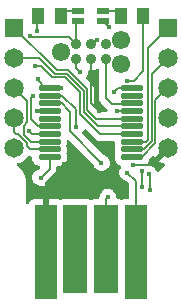
<source format=gbr>
%TF.GenerationSoftware,KiCad,Pcbnew,(6.0.2)*%
%TF.CreationDate,2022-12-01T20:05:35+01:00*%
%TF.ProjectId,nightUSB,6e696768-7455-4534-922e-6b696361645f,rev?*%
%TF.SameCoordinates,Original*%
%TF.FileFunction,Copper,L1,Top*%
%TF.FilePolarity,Positive*%
%FSLAX46Y46*%
G04 Gerber Fmt 4.6, Leading zero omitted, Abs format (unit mm)*
G04 Created by KiCad (PCBNEW (6.0.2)) date 2022-12-01 20:05:35*
%MOMM*%
%LPD*%
G01*
G04 APERTURE LIST*
G04 Aperture macros list*
%AMRoundRect*
0 Rectangle with rounded corners*
0 $1 Rounding radius*
0 $2 $3 $4 $5 $6 $7 $8 $9 X,Y pos of 4 corners*
0 Add a 4 corners polygon primitive as box body*
4,1,4,$2,$3,$4,$5,$6,$7,$8,$9,$2,$3,0*
0 Add four circle primitives for the rounded corners*
1,1,$1+$1,$2,$3*
1,1,$1+$1,$4,$5*
1,1,$1+$1,$6,$7*
1,1,$1+$1,$8,$9*
0 Add four rect primitives between the rounded corners*
20,1,$1+$1,$2,$3,$4,$5,0*
20,1,$1+$1,$4,$5,$6,$7,0*
20,1,$1+$1,$6,$7,$8,$9,0*
20,1,$1+$1,$8,$9,$2,$3,0*%
G04 Aperture macros list end*
%TA.AperFunction,SMDPad,CuDef*%
%ADD10R,1.000000X1.450000*%
%TD*%
%TA.AperFunction,ComponentPad*%
%ADD11C,1.650000*%
%TD*%
%TA.AperFunction,ComponentPad*%
%ADD12R,1.650000X1.650000*%
%TD*%
%TA.AperFunction,SMDPad,CuDef*%
%ADD13C,0.889000*%
%TD*%
%TA.AperFunction,ComponentPad*%
%ADD14C,1.550000*%
%TD*%
%TA.AperFunction,SMDPad,CuDef*%
%ADD15R,1.000000X0.500000*%
%TD*%
%TA.AperFunction,SMDPad,CuDef*%
%ADD16RoundRect,0.125000X-0.825000X-0.125000X0.825000X-0.125000X0.825000X0.125000X-0.825000X0.125000X0*%
%TD*%
%TA.AperFunction,ConnectorPad*%
%ADD17R,1.900000X8.000000*%
%TD*%
%TA.AperFunction,ConnectorPad*%
%ADD18R,2.000000X7.500000*%
%TD*%
%TA.AperFunction,ViaPad*%
%ADD19C,0.400000*%
%TD*%
%TA.AperFunction,Conductor*%
%ADD20C,0.150000*%
%TD*%
G04 APERTURE END LIST*
D10*
%TO.P,R3,1*%
%TO.N,Net-(U1-Pad7)*%
X96450000Y-65000000D03*
%TO.P,R3,2*%
%TO.N,Net-(R3-Pad2)*%
X94550000Y-65000000D03*
%TD*%
D11*
%TO.P,J3,5,5*%
%TO.N,GND*%
X98500000Y-76160000D03*
%TO.P,J3,4,4*%
%TO.N,/RB7*%
X98500000Y-73620000D03*
%TO.P,J3,3,3*%
%TO.N,/RB6*%
X98500000Y-71080000D03*
%TO.P,J3,2,2*%
%TO.N,/RB5*%
X98500000Y-68540000D03*
D12*
%TO.P,J3,1,1*%
%TO.N,/RB4*%
X98500000Y-66000000D03*
%TD*%
D13*
%TO.P,J1,1,-MCLR/VPP*%
%TO.N,/MCLR*%
X90730000Y-68635000D03*
%TO.P,J1,2,VDD*%
%TO.N,+5V*%
X90730000Y-67365000D03*
%TO.P,J1,3,GND*%
%TO.N,GND*%
X92000000Y-68635000D03*
%TO.P,J1,4,PGD_(ICSPDAT)*%
%TO.N,/PGD*%
X92000000Y-67365000D03*
%TO.P,J1,5,PGC_(ICSPCLK)*%
%TO.N,/PGC*%
X93270000Y-68635000D03*
%TO.P,J1,6,UNUSED/LVP*%
%TO.N,unconnected-(J1-Pad6)*%
X93270000Y-67365000D03*
D14*
%TO.P,J1,7*%
%TO.N,N/C*%
X89460000Y-68000000D03*
%TO.P,J1,8*%
X94540000Y-66984000D03*
%TO.P,J1,9*%
X94540000Y-69016000D03*
%TD*%
D15*
%TO.P,LED1,1,K_RED*%
%TO.N,Net-(LED1-Pad1)*%
X90950000Y-64600000D03*
%TO.P,LED1,2,K_GREEN*%
%TO.N,Net-(R3-Pad2)*%
X93050000Y-64600000D03*
%TO.P,LED1,3,COM*%
%TO.N,+5V*%
X90950000Y-65400000D03*
%TO.P,LED1,4,K_BLUE*%
%TO.N,Net-(R2-Pad2)*%
X93050000Y-65400000D03*
%TD*%
D10*
%TO.P,R4,1*%
%TO.N,Net-(U1-Pad14)*%
X87550000Y-65000000D03*
%TO.P,R4,2*%
%TO.N,Net-(LED1-Pad1)*%
X89450000Y-65000000D03*
%TD*%
D16*
%TO.P,U1,20,VSS*%
%TO.N,GND*%
X95500000Y-71075000D03*
%TO.P,U1,19,RA0/IOCA0/D+/PGD*%
%TO.N,/PGD*%
X95500000Y-71725000D03*
%TO.P,U1,18,RA1/IOCA1/D-/PGC*%
%TO.N,/PGC*%
X95500000Y-72375000D03*
%TO.P,U1,17,VUSB*%
%TO.N,Net-(C4-Pad2)*%
X95500000Y-73025000D03*
%TO.P,U1,16,INT0/C12IN+/VREF+/AN4/RC0*%
%TO.N,/RC0*%
X95500000Y-73675000D03*
%TO.P,U1,15,INT1/C12IN1-/VREF-AN5/RC1*%
%TO.N,/RC1*%
X95500000Y-74325000D03*
%TO.P,U1,14,INT2/CVRef/C12IN2-/P1D/AN6/RC2*%
%TO.N,Net-(U1-Pad14)*%
X95500000Y-74975000D03*
%TO.P,U1,13,RB4/IOCB4/AN10/SDI/SDA*%
%TO.N,/RB4*%
X95500000Y-75625000D03*
%TO.P,U1,12,RB5/IOCB5/AN11/RX/DT*%
%TO.N,/RB5*%
X95500000Y-76275000D03*
%TO.P,U1,11,RB6/IOCB6/SCK/SCL*%
%TO.N,/RB6*%
X95500000Y-76925000D03*
%TO.P,U1,10,RB7/IOCB7/TX/CK*%
%TO.N,/RB7*%
X88500000Y-76925000D03*
%TO.P,U1,9,T1OSCO/SDO/AN9/RC7*%
%TO.N,/RC7*%
X88500000Y-76275000D03*
%TO.P,U1,8,T1OSCI/T13CKI/SS/AN8/RC6*%
%TO.N,/RC6*%
X88500000Y-75625000D03*
%TO.P,U1,7,PGM/C12IN3-/P1C/AN7/RC3*%
%TO.N,Net-(U1-Pad7)*%
X88500000Y-74975000D03*
%TO.P,U1,6,SRQ/C12OUT/P1B/RC4*%
%TO.N,Net-(U1-Pad6)*%
X88500000Y-74325000D03*
%TO.P,U1,5,T0CKI/CCP1/P1A/RC5*%
%TO.N,unconnected-(U1-Pad5)*%
X88500000Y-73675000D03*
%TO.P,U1,4,RA3/IOCA3/~{MCLR}/Vpp*%
%TO.N,/MCLR*%
X88500000Y-73025000D03*
%TO.P,U1,3,RA4/IOCA3/AN3/OSC2/CLKOUT*%
%TO.N,/Cyrstal1*%
X88500000Y-72375000D03*
%TO.P,U1,2,RA5/IOCA5/OSC1/CLKIN*%
%TO.N,/Crystal2*%
X88500000Y-71725000D03*
%TO.P,U1,1,VDD*%
%TO.N,+5V*%
X88500000Y-71075000D03*
%TD*%
D11*
%TO.P,J4,5,5*%
%TO.N,+5V*%
X85500000Y-76160000D03*
%TO.P,J4,4,4*%
%TO.N,/RC7*%
X85500000Y-73620000D03*
%TO.P,J4,3,3*%
%TO.N,/RC6*%
X85500000Y-71080000D03*
%TO.P,J4,2,2*%
%TO.N,/RC1*%
X85500000Y-68540000D03*
D12*
%TO.P,J4,1,1*%
%TO.N,/RC0*%
X85500000Y-66000000D03*
%TD*%
D17*
%TO.P,J2,1,VBUS*%
%TO.N,+5V*%
X95810000Y-85012500D03*
D18*
%TO.P,J2,2,D-*%
%TO.N,/PGC*%
X93300000Y-84762500D03*
%TO.P,J2,3,D+*%
%TO.N,/PGD*%
X90700000Y-84762500D03*
D17*
%TO.P,J2,4,GND*%
%TO.N,GND*%
X88190000Y-85012500D03*
%TD*%
D19*
%TO.N,/PGD*%
X96900000Y-78350000D03*
%TO.N,Net-(R2-Pad2)*%
X93500000Y-65950000D03*
%TO.N,/PGD*%
X92562121Y-67005352D03*
%TO.N,Net-(U1-Pad6)*%
X87100000Y-71800000D03*
%TO.N,+5V*%
X87500000Y-70350000D03*
%TO.N,/MCLR*%
X87400000Y-73000000D03*
%TO.N,+5V*%
X86825500Y-66725166D03*
%TO.N,GND*%
X93950000Y-71450000D03*
%TO.N,/PGC*%
X93450000Y-80350000D03*
X96350000Y-79500000D03*
X96350000Y-78100000D03*
X95500000Y-72375000D03*
%TO.N,/PGD*%
X90700000Y-84762500D03*
X97050000Y-79750000D03*
%TO.N,GND*%
X95550000Y-77600000D03*
%TO.N,Net-(U1-Pad7)*%
X86800000Y-74750000D03*
%TO.N,/Crystal2*%
X90750000Y-74350000D03*
%TO.N,/Cyrstal1*%
X92900000Y-77400000D03*
%TO.N,Net-(U1-Pad14)*%
X87400000Y-66300000D03*
X87250000Y-69200000D03*
%TO.N,GND*%
X92650000Y-73050000D03*
%TO.N,/RB7*%
X87750000Y-78674500D03*
%TO.N,Net-(U1-Pad7)*%
X95100000Y-70475500D03*
%TO.N,/PGD*%
X95500000Y-71725000D03*
%TO.N,+5V*%
X95100000Y-78250000D03*
%TO.N,GND*%
X89750000Y-77550000D03*
%TO.N,/MCLR*%
X91050000Y-69700000D03*
%TO.N,+5V*%
X89450000Y-71050000D03*
%TO.N,Net-(C4-Pad2)*%
X94250000Y-73050000D03*
%TD*%
D20*
%TO.N,/PGD*%
X97050000Y-78500000D02*
X96900000Y-78350000D01*
X97050000Y-79750000D02*
X97050000Y-78500000D01*
%TO.N,Net-(R2-Pad2)*%
X93500000Y-65850000D02*
X93500000Y-65950000D01*
X93400000Y-65750000D02*
X93500000Y-65850000D01*
%TO.N,/PGD*%
X92359648Y-67005352D02*
X92000000Y-67365000D01*
X92562121Y-67005352D02*
X92359648Y-67005352D01*
%TO.N,Net-(R2-Pad2)*%
X93400000Y-65750000D02*
X93050000Y-65400000D01*
%TO.N,+5V*%
X89425000Y-71075000D02*
X89450000Y-71050000D01*
X88500000Y-71075000D02*
X89425000Y-71075000D01*
%TO.N,/RC1*%
X91400000Y-73150000D02*
X91400000Y-71323586D01*
%TO.N,Net-(U1-Pad6)*%
X87525000Y-74325000D02*
X88500000Y-74325000D01*
X86950000Y-73750000D02*
X87525000Y-74325000D01*
X86950000Y-71950000D02*
X86950000Y-73750000D01*
X87100000Y-71800000D02*
X86950000Y-71950000D01*
%TO.N,+5V*%
X87500000Y-70450000D02*
X87500000Y-70350000D01*
X88125000Y-71075000D02*
X87500000Y-70450000D01*
X88500000Y-71075000D02*
X88125000Y-71075000D01*
%TO.N,/MCLR*%
X87425000Y-73025000D02*
X87400000Y-73000000D01*
X88500000Y-73025000D02*
X87425000Y-73025000D01*
%TO.N,+5V*%
X90165000Y-66800000D02*
X86900334Y-66800000D01*
X90730000Y-67365000D02*
X90165000Y-66800000D01*
%TO.N,GND*%
X93950000Y-71450000D02*
X94325000Y-71075000D01*
X94325000Y-71075000D02*
X95500000Y-71075000D01*
%TO.N,/PGC*%
X93800000Y-72450000D02*
X93270000Y-71920000D01*
X93270000Y-71920000D02*
X93270000Y-68635000D01*
X95425000Y-72450000D02*
X93800000Y-72450000D01*
X95500000Y-72375000D02*
X95425000Y-72450000D01*
X93300000Y-80500000D02*
X93300000Y-84762500D01*
X93450000Y-80350000D02*
X93300000Y-80500000D01*
X96350000Y-78100000D02*
X96350000Y-79500000D01*
%TO.N,GND*%
X97060000Y-77600000D02*
X98500000Y-76160000D01*
X95550000Y-77600000D02*
X97060000Y-77600000D01*
%TO.N,Net-(U1-Pad7)*%
X87025000Y-74975000D02*
X86800000Y-74750000D01*
X88500000Y-74975000D02*
X87025000Y-74975000D01*
%TO.N,/Crystal2*%
X90750000Y-72900000D02*
X90750000Y-74350000D01*
X89575000Y-71725000D02*
X90750000Y-72900000D01*
X88500000Y-71725000D02*
X89575000Y-71725000D01*
%TO.N,/Cyrstal1*%
X90250000Y-74750000D02*
X92900000Y-77400000D01*
X90250000Y-74250000D02*
X90250000Y-74750000D01*
X90100000Y-72950000D02*
X90250000Y-73100000D01*
X90250000Y-73100000D02*
X90250000Y-74250000D01*
X89525000Y-72375000D02*
X90100000Y-72950000D01*
X88500000Y-72375000D02*
X89525000Y-72375000D01*
%TO.N,Net-(U1-Pad14)*%
X87400000Y-65150000D02*
X87550000Y-65000000D01*
X87400000Y-66300000D02*
X87400000Y-65150000D01*
X87750000Y-69200000D02*
X87250000Y-69200000D01*
X87800000Y-69250000D02*
X87750000Y-69200000D01*
X88749520Y-70199520D02*
X87800000Y-69250000D01*
X89700000Y-70199520D02*
X88749520Y-70199520D01*
X89799520Y-70199520D02*
X89700000Y-70199520D01*
X91050000Y-71450000D02*
X89799520Y-70199520D01*
X91050000Y-73250000D02*
X91050000Y-71450000D01*
X92775000Y-74975000D02*
X91050000Y-73250000D01*
X95500000Y-74975000D02*
X92775000Y-74975000D01*
%TO.N,/RC1*%
X89976414Y-69900000D02*
X88950000Y-69900000D01*
X91400000Y-71323586D02*
X89976414Y-69900000D01*
X92575000Y-74325000D02*
X91400000Y-73150000D01*
X87590000Y-68540000D02*
X85500000Y-68540000D01*
X95500000Y-74325000D02*
X92575000Y-74325000D01*
X88950000Y-69900000D02*
X87590000Y-68540000D01*
%TO.N,/RC0*%
X92425000Y-73675000D02*
X95500000Y-73675000D01*
X90100000Y-69600000D02*
X91700000Y-71200000D01*
X89100000Y-69600000D02*
X90100000Y-69600000D01*
X91700000Y-72950000D02*
X92425000Y-73675000D01*
X85500000Y-66000000D02*
X89100000Y-69600000D01*
X91700000Y-71200000D02*
X91700000Y-72950000D01*
%TO.N,GND*%
X92000000Y-72400000D02*
X92650000Y-73050000D01*
X92000000Y-68635000D02*
X92000000Y-72400000D01*
%TO.N,/RB7*%
X88500000Y-77924500D02*
X87750000Y-78674500D01*
X88500000Y-76925000D02*
X88500000Y-77924500D01*
%TO.N,Net-(U1-Pad7)*%
X96450000Y-69650000D02*
X96450000Y-65000000D01*
X95624500Y-70475500D02*
X96450000Y-69650000D01*
X95100000Y-70475500D02*
X95624500Y-70475500D01*
%TO.N,/RC6*%
X86298910Y-74301090D02*
X86600000Y-74000000D01*
X87705705Y-75625000D02*
X87680705Y-75650000D01*
X87680705Y-75650000D02*
X86897820Y-75650000D01*
X86298910Y-75051090D02*
X86298910Y-74301090D01*
X86600000Y-74000000D02*
X86600000Y-72180000D01*
X86600000Y-72180000D02*
X85500000Y-71080000D01*
X86897820Y-75650000D02*
X86298910Y-75051090D01*
X88500000Y-75625000D02*
X87705705Y-75625000D01*
%TO.N,/RC7*%
X86600000Y-76000000D02*
X86875000Y-76275000D01*
X85824234Y-75000000D02*
X86600000Y-75775766D01*
X86600000Y-75775766D02*
X86600000Y-76000000D01*
X85650000Y-75000000D02*
X85824234Y-75000000D01*
X86875000Y-76275000D02*
X88500000Y-76275000D01*
X85500000Y-73620000D02*
X85500000Y-74850000D01*
X85500000Y-74850000D02*
X85650000Y-75000000D01*
%TO.N,+5V*%
X95810000Y-78960000D02*
X95100000Y-78250000D01*
X95810000Y-85012500D02*
X95810000Y-78960000D01*
%TO.N,GND*%
X88190000Y-79110000D02*
X89750000Y-77550000D01*
X88190000Y-85012500D02*
X88190000Y-79110000D01*
%TO.N,/RB4*%
X96838207Y-67661793D02*
X96900000Y-67600000D01*
X96900000Y-67600000D02*
X98500000Y-66000000D01*
X96838207Y-75488207D02*
X96838207Y-67661793D01*
X96701414Y-75625000D02*
X96838207Y-75488207D01*
X95500000Y-75625000D02*
X96701414Y-75625000D01*
%TO.N,/RB5*%
X97150969Y-75599031D02*
X97150969Y-69889031D01*
X97150969Y-69889031D02*
X98500000Y-68540000D01*
X96475000Y-76275000D02*
X97150969Y-75599031D01*
X95500000Y-76275000D02*
X96475000Y-76275000D01*
%TO.N,/RB6*%
X96294295Y-76925000D02*
X97450489Y-75768806D01*
X95500000Y-76925000D02*
X96294295Y-76925000D01*
X97450489Y-75768806D02*
X97450489Y-72129511D01*
X97450489Y-72129511D02*
X98500000Y-71080000D01*
%TO.N,/MCLR*%
X90730000Y-69380000D02*
X91050000Y-69700000D01*
X90730000Y-68635000D02*
X90730000Y-69380000D01*
%TO.N,+5V*%
X90730000Y-65620000D02*
X90950000Y-65400000D01*
X90730000Y-67365000D02*
X90730000Y-65620000D01*
%TO.N,Net-(LED1-Pad1)*%
X89850000Y-64600000D02*
X89450000Y-65000000D01*
X90950000Y-64600000D02*
X89850000Y-64600000D01*
%TO.N,Net-(R3-Pad2)*%
X94150000Y-64600000D02*
X94550000Y-65000000D01*
X93050000Y-64600000D02*
X94150000Y-64600000D01*
%TO.N,Net-(C4-Pad2)*%
X94275000Y-73025000D02*
X94250000Y-73050000D01*
X95500000Y-73025000D02*
X94275000Y-73025000D01*
%TD*%
%TA.AperFunction,Conductor*%
%TO.N,GND*%
G36*
X91568424Y-74599621D02*
G01*
X91594362Y-74619555D01*
X92329514Y-75354707D01*
X92340381Y-75367097D01*
X92358843Y-75391157D01*
X92391424Y-75416157D01*
X92480732Y-75484686D01*
X92512093Y-75497676D01*
X92622676Y-75543481D01*
X92736756Y-75558500D01*
X92766811Y-75562457D01*
X92766812Y-75562457D01*
X92775000Y-75563535D01*
X92783188Y-75562457D01*
X92805056Y-75559578D01*
X92821503Y-75558500D01*
X93915500Y-75558500D01*
X93983621Y-75578502D01*
X94030114Y-75632158D01*
X94041500Y-75684499D01*
X94041501Y-75768806D01*
X94041501Y-75813978D01*
X94044326Y-75849889D01*
X94046122Y-75856070D01*
X94063198Y-75914847D01*
X94063198Y-75985153D01*
X94044326Y-76050111D01*
X94043821Y-76056528D01*
X94043821Y-76056530D01*
X94041693Y-76083562D01*
X94041692Y-76083575D01*
X94041500Y-76086021D01*
X94041501Y-76463978D01*
X94044326Y-76499889D01*
X94046122Y-76506070D01*
X94063198Y-76564847D01*
X94063198Y-76635153D01*
X94044326Y-76700111D01*
X94043821Y-76706528D01*
X94043821Y-76706530D01*
X94041693Y-76733562D01*
X94041692Y-76733575D01*
X94041500Y-76736021D01*
X94041501Y-77113978D01*
X94041695Y-77116438D01*
X94041695Y-77116443D01*
X94042757Y-77129938D01*
X94044326Y-77149889D01*
X94088982Y-77303593D01*
X94093016Y-77310414D01*
X94166424Y-77434543D01*
X94166427Y-77434547D01*
X94170458Y-77441363D01*
X94283637Y-77554542D01*
X94290453Y-77558573D01*
X94290457Y-77558576D01*
X94377054Y-77609788D01*
X94421407Y-77636018D01*
X94429017Y-77638229D01*
X94454787Y-77645716D01*
X94514622Y-77683929D01*
X94544299Y-77748426D01*
X94534395Y-77818728D01*
X94522719Y-77839164D01*
X94475382Y-77906517D01*
X94475379Y-77906523D01*
X94471010Y-77912739D01*
X94408718Y-78072509D01*
X94407726Y-78080042D01*
X94407726Y-78080043D01*
X94389463Y-78218768D01*
X94386335Y-78242526D01*
X94395744Y-78327751D01*
X94400986Y-78375229D01*
X94405153Y-78412975D01*
X94464085Y-78574015D01*
X94468322Y-78580321D01*
X94468324Y-78580324D01*
X94512621Y-78646244D01*
X94559730Y-78716349D01*
X94686565Y-78831760D01*
X94837268Y-78913585D01*
X94941359Y-78940893D01*
X94998481Y-78973674D01*
X95189596Y-79164790D01*
X95223621Y-79227102D01*
X95226500Y-79253885D01*
X95226500Y-80378000D01*
X95206498Y-80446121D01*
X95152842Y-80492614D01*
X95100500Y-80504000D01*
X94811866Y-80504000D01*
X94749684Y-80510755D01*
X94624229Y-80557786D01*
X94553423Y-80562969D01*
X94535774Y-80557787D01*
X94410316Y-80510755D01*
X94348134Y-80504000D01*
X94288648Y-80504000D01*
X94220527Y-80483998D01*
X94174034Y-80430342D01*
X94163032Y-80368565D01*
X94163547Y-80364947D01*
X94163617Y-80358272D01*
X94163661Y-80354133D01*
X94163661Y-80354127D01*
X94163704Y-80350000D01*
X94143102Y-80179758D01*
X94082487Y-80019344D01*
X93985357Y-79878019D01*
X93979686Y-79872966D01*
X93862993Y-79768996D01*
X93862990Y-79768994D01*
X93857321Y-79763943D01*
X93849325Y-79759709D01*
X93712481Y-79687254D01*
X93712482Y-79687254D01*
X93705769Y-79683700D01*
X93688196Y-79679286D01*
X93546822Y-79643775D01*
X93546818Y-79643775D01*
X93539451Y-79641924D01*
X93531852Y-79641884D01*
X93531850Y-79641884D01*
X93460394Y-79641510D01*
X93367969Y-79641026D01*
X93360589Y-79642798D01*
X93360587Y-79642798D01*
X93208602Y-79679286D01*
X93208598Y-79679287D01*
X93201223Y-79681058D01*
X93048839Y-79759709D01*
X92919615Y-79872439D01*
X92821010Y-80012739D01*
X92758718Y-80172509D01*
X92757726Y-80180042D01*
X92757726Y-80180043D01*
X92739654Y-80317317D01*
X92736438Y-80333483D01*
X92734679Y-80340048D01*
X92731519Y-80347676D01*
X92730441Y-80355862D01*
X92730441Y-80355863D01*
X92725362Y-80394445D01*
X92696640Y-80459373D01*
X92637375Y-80498465D01*
X92600440Y-80504000D01*
X92251866Y-80504000D01*
X92189684Y-80510755D01*
X92142414Y-80528476D01*
X92061699Y-80558734D01*
X92061696Y-80558736D01*
X92053295Y-80561885D01*
X92052976Y-80561034D01*
X91991151Y-80574555D01*
X91946834Y-80561542D01*
X91946705Y-80561885D01*
X91942019Y-80560128D01*
X91942015Y-80560127D01*
X91938304Y-80558736D01*
X91938301Y-80558734D01*
X91857586Y-80528476D01*
X91810316Y-80510755D01*
X91748134Y-80504000D01*
X89651866Y-80504000D01*
X89589684Y-80510755D01*
X89463517Y-80558053D01*
X89392711Y-80563236D01*
X89375058Y-80558053D01*
X89257606Y-80514022D01*
X89242351Y-80510395D01*
X89191486Y-80504869D01*
X89184672Y-80504500D01*
X88462115Y-80504500D01*
X88446876Y-80508975D01*
X88445671Y-80510365D01*
X88444000Y-80518048D01*
X88444000Y-85140500D01*
X88423998Y-85208621D01*
X88370342Y-85255114D01*
X88318000Y-85266500D01*
X88062000Y-85266500D01*
X87993879Y-85246498D01*
X87947386Y-85192842D01*
X87936000Y-85140500D01*
X87936000Y-80522616D01*
X87931525Y-80507377D01*
X87930135Y-80506172D01*
X87922452Y-80504501D01*
X87195331Y-80504501D01*
X87188510Y-80504871D01*
X87137648Y-80510395D01*
X87122396Y-80514021D01*
X87001946Y-80559176D01*
X86986351Y-80567714D01*
X86884276Y-80644215D01*
X86871715Y-80656776D01*
X86795214Y-80758851D01*
X86786676Y-80774446D01*
X86751982Y-80866992D01*
X86709340Y-80923756D01*
X86642779Y-80948456D01*
X86573430Y-80933249D01*
X86523312Y-80882963D01*
X86508000Y-80822762D01*
X86508000Y-79053208D01*
X86509746Y-79032303D01*
X86512265Y-79017333D01*
X86512265Y-79017328D01*
X86513071Y-79012540D01*
X86513224Y-79000001D01*
X86511114Y-78985267D01*
X86510164Y-78976409D01*
X86509969Y-78973674D01*
X86496464Y-78784841D01*
X86450612Y-78574062D01*
X86449045Y-78569860D01*
X86449043Y-78569854D01*
X86376800Y-78376166D01*
X86375229Y-78371954D01*
X86360883Y-78345680D01*
X86274010Y-78186585D01*
X86271851Y-78182631D01*
X86142582Y-78009947D01*
X85990053Y-77857418D01*
X85817369Y-77728149D01*
X85813410Y-77725987D01*
X85758653Y-77696087D01*
X85708451Y-77645885D01*
X85693360Y-77576511D01*
X85718171Y-77509991D01*
X85775007Y-77467444D01*
X85786428Y-77463793D01*
X85952516Y-77419290D01*
X85952518Y-77419289D01*
X85957826Y-77417867D01*
X85996142Y-77400000D01*
X86164310Y-77321582D01*
X86164315Y-77321579D01*
X86169297Y-77319256D01*
X86173806Y-77316099D01*
X86355921Y-77188581D01*
X86355924Y-77188579D01*
X86360432Y-77185422D01*
X86525422Y-77020432D01*
X86530950Y-77012538D01*
X86611661Y-76897270D01*
X86667118Y-76852942D01*
X86731320Y-76844619D01*
X86875000Y-76863535D01*
X86899055Y-76860368D01*
X86969201Y-76871307D01*
X87022300Y-76918434D01*
X87041500Y-76985289D01*
X87041501Y-77050727D01*
X87041501Y-77113978D01*
X87041695Y-77116438D01*
X87041695Y-77116443D01*
X87042757Y-77129938D01*
X87044326Y-77149889D01*
X87088982Y-77303593D01*
X87093016Y-77310414D01*
X87166424Y-77434543D01*
X87166427Y-77434547D01*
X87170458Y-77441363D01*
X87283637Y-77554542D01*
X87290453Y-77558573D01*
X87290457Y-77558576D01*
X87377054Y-77609788D01*
X87421407Y-77636018D01*
X87429017Y-77638229D01*
X87568928Y-77678878D01*
X87568931Y-77678879D01*
X87575111Y-77680674D01*
X87587762Y-77681670D01*
X87608562Y-77683307D01*
X87608575Y-77683308D01*
X87611021Y-77683500D01*
X87613487Y-77683500D01*
X87615963Y-77683597D01*
X87615917Y-77684763D01*
X87679738Y-77703502D01*
X87726231Y-77757158D01*
X87736335Y-77827432D01*
X87706841Y-77892012D01*
X87700712Y-77898595D01*
X87648109Y-77951198D01*
X87588428Y-77984622D01*
X87508602Y-78003786D01*
X87508598Y-78003787D01*
X87501223Y-78005558D01*
X87348839Y-78084209D01*
X87219615Y-78196939D01*
X87121010Y-78337239D01*
X87107475Y-78371954D01*
X87076808Y-78450612D01*
X87058718Y-78497009D01*
X87057726Y-78504542D01*
X87057726Y-78504543D01*
X87043140Y-78615339D01*
X87036335Y-78667026D01*
X87042345Y-78721459D01*
X87053958Y-78826650D01*
X87055153Y-78837475D01*
X87057762Y-78844606D01*
X87057763Y-78844608D01*
X87065688Y-78866264D01*
X87114085Y-78998515D01*
X87118322Y-79004821D01*
X87118324Y-79004824D01*
X87143763Y-79042681D01*
X87209730Y-79140849D01*
X87336565Y-79256260D01*
X87487268Y-79338085D01*
X87653139Y-79381601D01*
X87740586Y-79382974D01*
X87817003Y-79384175D01*
X87817006Y-79384175D01*
X87824602Y-79384294D01*
X87832006Y-79382598D01*
X87832008Y-79382598D01*
X87894846Y-79368206D01*
X87991759Y-79346010D01*
X88144958Y-79268959D01*
X88150729Y-79264030D01*
X88150732Y-79264028D01*
X88269578Y-79162523D01*
X88275355Y-79157589D01*
X88375424Y-79018330D01*
X88439385Y-78859220D01*
X88441578Y-78843811D01*
X88470977Y-78779187D01*
X88477226Y-78772467D01*
X88879707Y-78369986D01*
X88892098Y-78359118D01*
X88909611Y-78345680D01*
X88916157Y-78340657D01*
X88963069Y-78279520D01*
X89009686Y-78218768D01*
X89041243Y-78142582D01*
X89055527Y-78108098D01*
X89065321Y-78084453D01*
X89068481Y-78076824D01*
X89083500Y-77962744D01*
X89083500Y-77962742D01*
X89088535Y-77924500D01*
X89084578Y-77894444D01*
X89083500Y-77877997D01*
X89083500Y-77809499D01*
X89103502Y-77741378D01*
X89157158Y-77694885D01*
X89209500Y-77683499D01*
X89388978Y-77683499D01*
X89396766Y-77682886D01*
X89418474Y-77681179D01*
X89418477Y-77681178D01*
X89424889Y-77680674D01*
X89558265Y-77641924D01*
X89570983Y-77638229D01*
X89578593Y-77636018D01*
X89622946Y-77609788D01*
X89709543Y-77558576D01*
X89709547Y-77558573D01*
X89716363Y-77554542D01*
X89829542Y-77441363D01*
X89833573Y-77434547D01*
X89833576Y-77434543D01*
X89906984Y-77310414D01*
X89911018Y-77303593D01*
X89930279Y-77237299D01*
X89953878Y-77156072D01*
X89953879Y-77156067D01*
X89955674Y-77149889D01*
X89957244Y-77129938D01*
X89958307Y-77116438D01*
X89958308Y-77116425D01*
X89958500Y-77113979D01*
X89958499Y-76736022D01*
X89957653Y-76725269D01*
X89956179Y-76706528D01*
X89956179Y-76706526D01*
X89955674Y-76700111D01*
X89936802Y-76635153D01*
X89936802Y-76564847D01*
X89953877Y-76506074D01*
X89953878Y-76506070D01*
X89955674Y-76499889D01*
X89956670Y-76487238D01*
X89958307Y-76466438D01*
X89958308Y-76466425D01*
X89958500Y-76463979D01*
X89958499Y-76086022D01*
X89955674Y-76050111D01*
X89936802Y-75985153D01*
X89936802Y-75914847D01*
X89953877Y-75856074D01*
X89953878Y-75856070D01*
X89955674Y-75849889D01*
X89956670Y-75837238D01*
X89958307Y-75816438D01*
X89958308Y-75816425D01*
X89958500Y-75813979D01*
X89958499Y-75587882D01*
X89978501Y-75519762D01*
X90032156Y-75473269D01*
X90102430Y-75463164D01*
X90167011Y-75492657D01*
X90173594Y-75498787D01*
X92170999Y-77496192D01*
X92204406Y-77556211D01*
X92205153Y-77562975D01*
X92264085Y-77724015D01*
X92268322Y-77730321D01*
X92268324Y-77730324D01*
X92294311Y-77768996D01*
X92359730Y-77866349D01*
X92486565Y-77981760D01*
X92637268Y-78063585D01*
X92803139Y-78107101D01*
X92890586Y-78108474D01*
X92967003Y-78109675D01*
X92967006Y-78109675D01*
X92974602Y-78109794D01*
X92982006Y-78108098D01*
X92982008Y-78108098D01*
X93064529Y-78089198D01*
X93141759Y-78071510D01*
X93294958Y-77994459D01*
X93300729Y-77989530D01*
X93300732Y-77989528D01*
X93419578Y-77888023D01*
X93425355Y-77883089D01*
X93525424Y-77743830D01*
X93589385Y-77584720D01*
X93593680Y-77554542D01*
X93612966Y-77419031D01*
X93612966Y-77419027D01*
X93613547Y-77414947D01*
X93613704Y-77400000D01*
X93602037Y-77303593D01*
X93594015Y-77237299D01*
X93594014Y-77237296D01*
X93593102Y-77229758D01*
X93574877Y-77181525D01*
X93535171Y-77076447D01*
X93532487Y-77069344D01*
X93493445Y-77012538D01*
X93439659Y-76934278D01*
X93439658Y-76934276D01*
X93435357Y-76928019D01*
X93403208Y-76899375D01*
X93312993Y-76818996D01*
X93312990Y-76818994D01*
X93307321Y-76813943D01*
X93155769Y-76733700D01*
X93060171Y-76709687D01*
X93001772Y-76676579D01*
X91302097Y-74976904D01*
X91268071Y-74914592D01*
X91273136Y-74843777D01*
X91288870Y-74814283D01*
X91370990Y-74700002D01*
X91370994Y-74699996D01*
X91375424Y-74693830D01*
X91378255Y-74686786D01*
X91378259Y-74686780D01*
X91388360Y-74661653D01*
X91432327Y-74605909D01*
X91499453Y-74582784D01*
X91568424Y-74599621D01*
G37*
%TD.AperFunction*%
%TA.AperFunction,Conductor*%
G36*
X98544032Y-75860924D02*
G01*
X98589095Y-75889885D01*
X98770115Y-76070905D01*
X98804141Y-76133217D01*
X98799076Y-76204032D01*
X98770115Y-76249095D01*
X97766972Y-77252238D01*
X97760542Y-77264013D01*
X97769838Y-77276028D01*
X97826446Y-77315665D01*
X97835941Y-77321148D01*
X98037364Y-77415072D01*
X98047656Y-77418818D01*
X98214209Y-77463445D01*
X98274832Y-77500397D01*
X98305853Y-77564257D01*
X98297425Y-77634752D01*
X98252222Y-77689499D01*
X98241984Y-77695739D01*
X98186590Y-77725987D01*
X98182631Y-77728149D01*
X98009947Y-77857418D01*
X97857418Y-78009947D01*
X97776706Y-78117766D01*
X97719873Y-78160310D01*
X97649057Y-78165376D01*
X97586745Y-78131351D01*
X97557974Y-78086793D01*
X97535171Y-78026447D01*
X97532487Y-78019344D01*
X97467303Y-77924500D01*
X97439659Y-77884278D01*
X97439658Y-77884276D01*
X97435357Y-77878019D01*
X97429686Y-77872966D01*
X97312993Y-77768996D01*
X97312990Y-77768994D01*
X97307321Y-77763943D01*
X97294507Y-77757158D01*
X97179164Y-77696087D01*
X97155769Y-77683700D01*
X97148404Y-77681850D01*
X96996822Y-77643775D01*
X96996818Y-77643775D01*
X96989451Y-77641924D01*
X96981852Y-77641884D01*
X96981850Y-77641884D01*
X96948051Y-77641707D01*
X96880036Y-77621348D01*
X96864895Y-77609788D01*
X96864744Y-77609654D01*
X96853876Y-77599970D01*
X96816320Y-77539723D01*
X96817297Y-77468733D01*
X96831057Y-77442259D01*
X96829542Y-77441363D01*
X96847604Y-77410822D01*
X96911018Y-77303593D01*
X96930279Y-77237299D01*
X96953878Y-77156072D01*
X96953879Y-77156067D01*
X96955674Y-77149889D01*
X96957244Y-77129938D01*
X96982529Y-77063596D01*
X96993761Y-77050727D01*
X97183216Y-76861272D01*
X97245528Y-76827246D01*
X97316343Y-76832311D01*
X97375525Y-76878098D01*
X97384559Y-76891000D01*
X97395036Y-76899375D01*
X97408483Y-76892307D01*
X98410905Y-75889885D01*
X98473217Y-75855859D01*
X98544032Y-75860924D01*
G37*
%TD.AperFunction*%
%TA.AperFunction,Conductor*%
G36*
X92639202Y-69461808D02*
G01*
X92679906Y-69519978D01*
X92686500Y-69560205D01*
X92686500Y-71873497D01*
X92685422Y-71889944D01*
X92681465Y-71920000D01*
X92686500Y-71958244D01*
X92701519Y-72072324D01*
X92760314Y-72214267D01*
X92853843Y-72336157D01*
X92860389Y-72341180D01*
X92877902Y-72354618D01*
X92890293Y-72365486D01*
X93354514Y-72829707D01*
X93365381Y-72842097D01*
X93383843Y-72866157D01*
X93390393Y-72871183D01*
X93395613Y-72876403D01*
X93429640Y-72938714D01*
X93424577Y-73009530D01*
X93382031Y-73066367D01*
X93315512Y-73091179D01*
X93306520Y-73091500D01*
X92718885Y-73091500D01*
X92650764Y-73071498D01*
X92629790Y-73054596D01*
X92320405Y-72745212D01*
X92286380Y-72682899D01*
X92283500Y-72656116D01*
X92283500Y-71246503D01*
X92284578Y-71230056D01*
X92287457Y-71208188D01*
X92288535Y-71200000D01*
X92268481Y-71047676D01*
X92209686Y-70905733D01*
X92139640Y-70814446D01*
X92139637Y-70814443D01*
X92121184Y-70790394D01*
X92121183Y-70790393D01*
X92116157Y-70783843D01*
X92092106Y-70765388D01*
X92079715Y-70754521D01*
X91623003Y-70297809D01*
X91588977Y-70235497D01*
X91594042Y-70164682D01*
X91609775Y-70135190D01*
X91652971Y-70075076D01*
X91670992Y-70049998D01*
X91670993Y-70049997D01*
X91675424Y-70043830D01*
X91739385Y-69884720D01*
X91748315Y-69821977D01*
X91762966Y-69719031D01*
X91762966Y-69719027D01*
X91763547Y-69714947D01*
X91763634Y-69706692D01*
X91784353Y-69638786D01*
X91838496Y-69592862D01*
X91904546Y-69582907D01*
X91973844Y-69591170D01*
X91986093Y-69591427D01*
X92160057Y-69578041D01*
X92172135Y-69575911D01*
X92340181Y-69528992D01*
X92351611Y-69524559D01*
X92503689Y-69447739D01*
X92573511Y-69434879D01*
X92639202Y-69461808D01*
G37*
%TD.AperFunction*%
%TD*%
M02*

</source>
